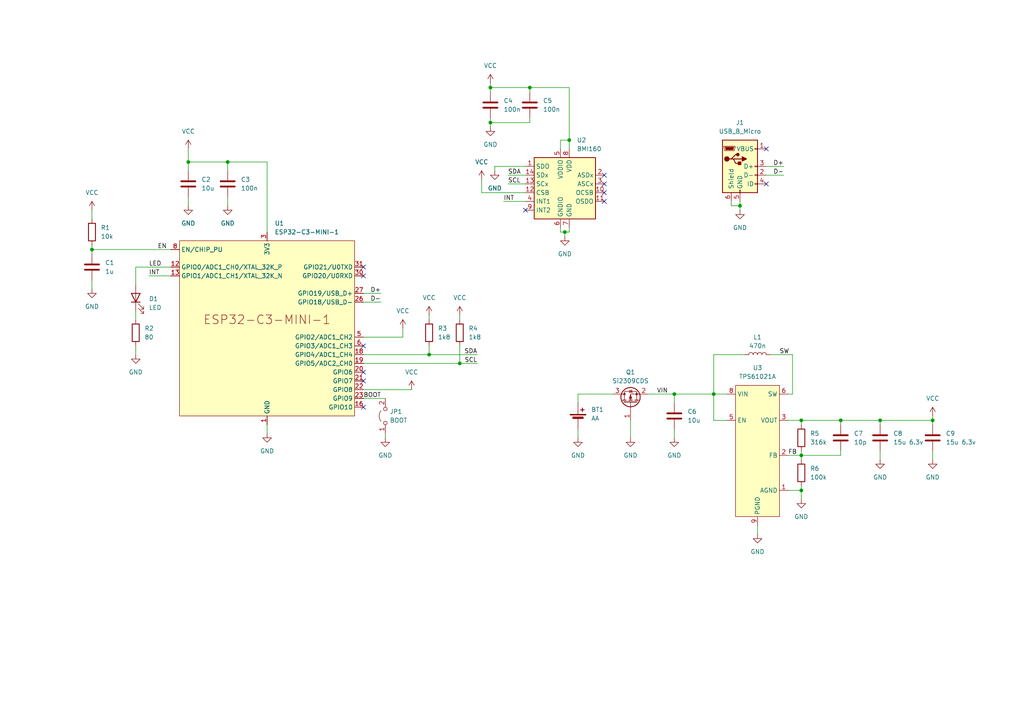
<source format=kicad_sch>
(kicad_sch (version 20230121) (generator eeschema)
  (paper "A4")
  (lib_symbols
    (symbol "Connector:USB_B_Micro" (pin_names (offset 1.016))
      (property "Reference" "J" (at -5.08 11.43 0))
      (property "Value" "USB_B_Micro" (at -5.08 8.89 0))
      (symbol "USB_B_Micro_0_1"
        (rectangle (start -5.08 -7.62) (end 5.08 7.62) (stroke (width 0.254)) (fill (type background)))
        (circle (center -3.81 2.159) (radius 0.635) (stroke (width 0.254)) (fill (type outline)))
        (circle (center -0.635 3.429) (radius 0.381) (stroke (width 0.254)) (fill (type outline)))
        (rectangle (start -0.127 -7.62) (end 0.127 -6.858))
        (polyline (pts (xy -1.905 2.159) (xy 0.635 2.159)) (stroke (width 0.254)))
        (polyline (pts (xy -3.175 2.159) (xy -2.54 2.159) (xy -1.27 3.429) (xy -0.635 3.429)) (stroke (width 0.254)))
        (polyline (pts (xy -2.54 2.159) (xy -1.905 2.159) (xy -1.27 0.889) (xy 0 0.889)) (stroke (width 0.254)))
        (polyline (pts (xy 0.635 2.794) (xy 0.635 1.524) (xy 1.905 2.159) (xy 0.635 2.794)) (stroke (width 0.254)) (fill (type outline)))
        (polyline (pts (xy -4.318 5.588) (xy -1.778 5.588) (xy -2.032 4.826) (xy -4.064 4.826) (xy -4.318 5.588)) (fill (type outline)))
        (polyline (pts (xy -4.699 5.842) (xy -4.699 5.588) (xy -4.445 4.826) (xy -4.445 4.572) (xy -1.651 4.572) (xy -1.651 4.826) (xy -1.397 5.588) (xy -1.397 5.842) (xy -4.699 5.842)))
        (rectangle (start 0.254 1.27) (end -0.508 0.508) (stroke (width 0.254)) (fill (type outline)))
        (rectangle (start 5.08 -5.207) (end 4.318 -4.953))
        (rectangle (start 5.08 -2.667) (end 4.318 -2.413))
        (rectangle (start 5.08 -0.127) (end 4.318 0.127))
        (rectangle (start 5.08 4.953) (end 4.318 5.207))
      )
      (symbol "USB_B_Micro_1_1"
        (pin power_out line (at 7.62 5.08 180) (length 2.54) (name "VBUS") (number "1"))
        (pin bidirectional line (at 7.62 -2.54 180) (length 2.54) (name "D-") (number "2"))
        (pin bidirectional line (at 7.62 0 180) (length 2.54) (name "D+") (number "3"))
        (pin passive line (at 7.62 -5.08 180) (length 2.54) (name "ID") (number "4"))
        (pin power_out line (at 0 -10.16 90) (length 2.54) (name "GND") (number "5"))
        (pin passive line (at -2.54 -10.16 90) (length 2.54) (name "Shield") (number "6"))
      )
    )
    (symbol "Device:Battery_Cell" (pin_numbers hide) (pin_names (offset 0) hide)
      (property "Reference" "BT" (at 2.54 2.54 0))
      (property "Value" "Battery_Cell" (at 2.54 0 0))
      (symbol "Battery_Cell_0_1"
        (rectangle (start -2.286 1.778) (end 2.286 1.524) (fill (type outline)))
        (rectangle (start -1.524 1.016) (end 1.524 0.508) (fill (type outline)))
        (polyline (pts (xy 0 0.762) (xy 0 0)))
        (polyline (pts (xy 0 1.778) (xy 0 2.54)))
        (polyline (pts (xy 0.762 3.048) (xy 1.778 3.048)) (stroke (width 0.254)))
        (polyline (pts (xy 1.27 3.556) (xy 1.27 2.54)) (stroke (width 0.254)))
      )
      (symbol "Battery_Cell_1_1"
        (pin passive line (at 0 5.08 270) (length 2.54) (name "+") (number "1"))
        (pin passive line (at 0 -2.54 90) (length 2.54) (name "-") (number "2"))
      )
    )
    (symbol "Device:C" (pin_numbers hide) (pin_names (offset 0.254))
      (property "Reference" "C" (at 0.635 2.54 0))
      (property "Value" "C" (at 0.635 -2.54 0))
      (symbol "C_0_1"
        (polyline (pts (xy -2.032 -0.762) (xy 2.032 -0.762)) (stroke (width 0.508)))
        (polyline (pts (xy -2.032 0.762) (xy 2.032 0.762)) (stroke (width 0.508)))
      )
      (symbol "C_1_1"
        (pin passive line (at 0 3.81 270) (length 2.794) (name "~") (number "1"))
        (pin passive line (at 0 -3.81 90) (length 2.794) (name "~") (number "2"))
      )
    )
    (symbol "Device:L" (pin_numbers hide) (pin_names (offset 1.016) hide)
      (property "Reference" "L" (at -1.27 0 90))
      (property "Value" "L" (at 1.905 0 90))
      (symbol "L_0_1"
        (arc (start 0 -2.54) (mid 0.6323 -1.905) (end 0 -1.27))
        (arc (start 0 -1.27) (mid 0.6323 -0.635) (end 0 0))
        (arc (start 0 0) (mid 0.6323 0.635) (end 0 1.27))
        (arc (start 0 1.27) (mid 0.6323 1.905) (end 0 2.54))
      )
      (symbol "L_1_1"
        (pin passive line (at 0 3.81 270) (length 1.27) (name "1") (number "1"))
        (pin passive line (at 0 -3.81 90) (length 1.27) (name "2") (number "2"))
      )
    )
    (symbol "Device:LED" (pin_numbers hide) (pin_names (offset 1.016) hide)
      (property "Reference" "D" (at 0 2.54 0))
      (property "Value" "LED" (at 0 -2.54 0))
      (symbol "LED_0_1"
        (polyline (pts (xy -1.27 -1.27) (xy -1.27 1.27)) (stroke (width 0.254)))
        (polyline (pts (xy -1.27 0) (xy 1.27 0)))
        (polyline (pts (xy 1.27 -1.27) (xy 1.27 1.27) (xy -1.27 0) (xy 1.27 -1.27)) (stroke (width 0.254)))
        (polyline (pts (xy -3.048 -0.762) (xy -4.572 -2.286) (xy -3.81 -2.286) (xy -4.572 -2.286) (xy -4.572 -1.524)))
        (polyline (pts (xy -1.778 -0.762) (xy -3.302 -2.286) (xy -2.54 -2.286) (xy -3.302 -2.286) (xy -3.302 -1.524)))
      )
      (symbol "LED_1_1"
        (pin passive line (at -3.81 0 0) (length 2.54) (name "K") (number "1"))
        (pin passive line (at 3.81 0 180) (length 2.54) (name "A") (number "2"))
      )
    )
    (symbol "Device:Q_PMOS_GSD" (pin_names (offset 0) hide)
      (property "Reference" "Q" (at 5.08 1.27 0))
      (property "Value" "Q_PMOS_GSD" (at 5.08 -1.27 0))
      (symbol "Q_PMOS_GSD_0_1"
        (polyline (pts (xy 0.254 0) (xy -2.54 0)))
        (polyline (pts (xy 0.254 1.905) (xy 0.254 -1.905)) (stroke (width 0.254)))
        (polyline (pts (xy 0.762 -1.27) (xy 0.762 -2.286)) (stroke (width 0.254)))
        (polyline (pts (xy 0.762 0.508) (xy 0.762 -0.508)) (stroke (width 0.254)))
        (polyline (pts (xy 0.762 2.286) (xy 0.762 1.27)) (stroke (width 0.254)))
        (polyline (pts (xy 2.54 2.54) (xy 2.54 1.778)))
        (polyline (pts (xy 2.54 -2.54) (xy 2.54 0) (xy 0.762 0)))
        (polyline (pts (xy 0.762 1.778) (xy 3.302 1.778) (xy 3.302 -1.778) (xy 0.762 -1.778)))
        (polyline (pts (xy 2.286 0) (xy 1.27 0.381) (xy 1.27 -0.381) (xy 2.286 0)) (fill (type outline)))
        (polyline (pts (xy 2.794 -0.508) (xy 2.921 -0.381) (xy 3.683 -0.381) (xy 3.81 -0.254)))
        (polyline (pts (xy 3.302 -0.381) (xy 2.921 0.254) (xy 3.683 0.254) (xy 3.302 -0.381)))
        (circle (center 1.651 0) (radius 2.794) (stroke (width 0.254)))
        (circle (center 2.54 -1.778) (radius 0.254) (fill (type outline)))
        (circle (center 2.54 1.778) (radius 0.254) (fill (type outline)))
      )
      (symbol "Q_PMOS_GSD_1_1"
        (pin input line (at -5.08 0 0) (length 2.54) (name "G") (number "1"))
        (pin passive line (at 2.54 -5.08 90) (length 2.54) (name "S") (number "2"))
        (pin passive line (at 2.54 5.08 270) (length 2.54) (name "D") (number "3"))
      )
    )
    (symbol "Device:R" (pin_numbers hide) (pin_names (offset 0))
      (property "Reference" "R" (at 2.032 0 90))
      (property "Value" "R" (at 0 0 90))
      (symbol "R_0_1"
        (rectangle (start -1.016 -2.54) (end 1.016 2.54) (stroke (width 0.254)))
      )
      (symbol "R_1_1"
        (pin passive line (at 0 3.81 270) (length 1.27) (name "~") (number "1"))
        (pin passive line (at 0 -3.81 90) (length 1.27) (name "~") (number "2"))
      )
    )
    (symbol "Jumper:Jumper_2_Open" (pin_names (offset 0) hide)
      (property "Reference" "JP" (at 0 2.794 0))
      (property "Value" "Jumper_2_Open" (at 0 -2.286 0))
      (symbol "Jumper_2_Open_0_0"
        (circle (center -2.032 0) (radius 0.508))
        (circle (center 2.032 0) (radius 0.508))
      )
      (symbol "Jumper_2_Open_0_1"
        (arc (start 1.524 1.27) (mid 0 1.778) (end -1.524 1.27))
      )
      (symbol "Jumper_2_Open_1_1"
        (pin passive line (at -5.08 0 0) (length 2.54) (name "A") (number "1"))
        (pin passive line (at 5.08 0 180) (length 2.54) (name "B") (number "2"))
      )
    )
    (symbol "PCM_Espressif:ESP32-C3-MINI-1"
      (property "Reference" "U" (at -25.4 30.48 0))
      (property "Value" "ESP32-C3-MINI-1" (at -25.4 27.94 0))
      (symbol "ESP32-C3-MINI-1_0_0"
        (text "ESP32-C3-MINI-1" (at 0 2.54 0) (effects (font (size 2.54 2.54))))
      )
      (symbol "ESP32-C3-MINI-1_0_1"
        (rectangle (start -25.4 25.4) (end 25.4 -25.4) (fill (type background)))
      )
      (symbol "ESP32-C3-MINI-1_1_1"
        (pin power_in line (at 0 -27.94 90) (length 2.54) (name "GND") (number "1"))
        (pin no_connect line (at -25.4 2.54 0) (length 2.54) hide (name "NC") (number "10"))
        (pin passive line (at 0 -27.94 90) (length 2.54) hide (name "GND") (number "11"))
        (pin bidirectional line (at -27.94 17.78 0) (length 2.54) (name "GPIO0/ADC1_CH0/XTAL_32K_P") (number "12"))
        (pin bidirectional line (at -27.94 15.24 0) (length 2.54) (name "GPIO1/ADC1_CH1/XTAL_32K_N") (number "13"))
        (pin passive line (at 0 -27.94 90) (length 2.54) hide (name "GND") (number "14"))
        (pin no_connect line (at -25.4 0 0) (length 2.54) hide (name "NC") (number "15"))
        (pin bidirectional line (at 27.94 -22.86 180) (length 2.54) (name "GPIO10") (number "16"))
        (pin no_connect line (at -25.4 -2.54 0) (length 2.54) hide (name "NC") (number "17"))
        (pin bidirectional line (at 27.94 -7.62 180) (length 2.54) (name "GPIO4/ADC1_CH4") (number "18"))
        (pin bidirectional line (at 27.94 -10.16 180) (length 2.54) (name "GPIO5/ADC2_CH0") (number "19"))
        (pin passive line (at 0 -27.94 90) (length 2.54) hide (name "GND") (number "2"))
        (pin bidirectional line (at 27.94 -12.7 180) (length 2.54) (name "GPIO6") (number "20"))
        (pin bidirectional line (at 27.94 -15.24 180) (length 2.54) (name "GPIO7") (number "21"))
        (pin bidirectional line (at 27.94 -17.78 180) (length 2.54) (name "GPIO8") (number "22"))
        (pin bidirectional line (at 27.94 -20.32 180) (length 2.54) (name "GPIO9") (number "23"))
        (pin no_connect line (at -25.4 -5.08 0) (length 2.54) hide (name "NC") (number "24"))
        (pin no_connect line (at -25.4 -7.62 0) (length 2.54) hide (name "NC") (number "25"))
        (pin bidirectional line (at 27.94 7.62 180) (length 2.54) (name "GPIO18/USB_D-") (number "26"))
        (pin bidirectional line (at 27.94 10.16 180) (length 2.54) (name "GPIO19/USB_D+") (number "27"))
        (pin no_connect line (at -25.4 -10.16 0) (length 2.54) hide (name "NC") (number "28"))
        (pin no_connect line (at -25.4 -12.7 0) (length 2.54) hide (name "NC") (number "29"))
        (pin power_in line (at 0 27.94 270) (length 2.54) (name "3V3") (number "3"))
        (pin bidirectional line (at 27.94 15.24 180) (length 2.54) (name "GPIO20/U0RXD") (number "30"))
        (pin bidirectional line (at 27.94 17.78 180) (length 2.54) (name "GPIO21/U0TXD") (number "31"))
        (pin no_connect line (at -25.4 -15.24 0) (length 2.54) hide (name "NC") (number "32"))
        (pin no_connect line (at -25.4 -17.78 0) (length 2.54) hide (name "NC") (number "33"))
        (pin no_connect line (at -25.4 -20.32 0) (length 2.54) hide (name "NC") (number "34"))
        (pin no_connect line (at -25.4 -22.86 0) (length 2.54) hide (name "NC") (number "35"))
        (pin passive line (at 0 -27.94 90) (length 2.54) hide (name "GND") (number "36"))
        (pin passive line (at 0 -27.94 90) (length 2.54) hide (name "GND") (number "37"))
        (pin passive line (at 0 -27.94 90) (length 2.54) hide (name "GND") (number "38"))
        (pin passive line (at 0 -27.94 90) (length 2.54) hide (name "GND") (number "39"))
        (pin no_connect line (at -25.4 10.16 0) (length 2.54) hide (name "NC") (number "4"))
        (pin passive line (at 0 -27.94 90) (length 2.54) hide (name "GND") (number "40"))
        (pin passive line (at 0 -27.94 90) (length 2.54) hide (name "GND") (number "41"))
        (pin passive line (at 0 -27.94 90) (length 2.54) hide (name "GND") (number "42"))
        (pin passive line (at 0 -27.94 90) (length 2.54) hide (name "GND") (number "43"))
        (pin passive line (at 0 -27.94 90) (length 2.54) hide (name "GND") (number "44"))
        (pin passive line (at 0 -27.94 90) (length 2.54) hide (name "GND") (number "45"))
        (pin passive line (at 0 -27.94 90) (length 2.54) hide (name "GND") (number "46"))
        (pin passive line (at 0 -27.94 90) (length 2.54) hide (name "GND") (number "47"))
        (pin passive line (at 0 -27.94 90) (length 2.54) hide (name "GND") (number "48"))
        (pin passive line (at 0 -27.94 90) (length 2.54) hide (name "GND") (number "49"))
        (pin bidirectional line (at 27.94 -2.54 180) (length 2.54) (name "GPIO2/ADC1_CH2") (number "5"))
        (pin passive line (at 0 -27.94 90) (length 2.54) hide (name "GND") (number "50"))
        (pin passive line (at 0 -27.94 90) (length 2.54) hide (name "GND") (number "51"))
        (pin passive line (at 0 -27.94 90) (length 2.54) hide (name "GND") (number "52"))
        (pin passive line (at 0 -27.94 90) (length 2.54) hide (name "GND") (number "53"))
        (pin bidirectional line (at 27.94 -5.08 180) (length 2.54) (name "GPIO3/ADC1_CH3") (number "6"))
        (pin no_connect line (at -25.4 7.62 0) (length 2.54) hide (name "NC") (number "7"))
        (pin input line (at -27.94 22.86 0) (length 2.54) (name "EN/CHIP_PU") (number "8"))
        (pin no_connect line (at -25.4 5.08 0) (length 2.54) hide (name "NC") (number "9"))
      )
    )
    (symbol "Sensor_Motion:BMI160"
      (property "Reference" "U" (at -10.16 8.89 0))
      (property "Value" "BMI160" (at 7.62 8.89 0))
      (symbol "BMI160_1_1"
        (rectangle (start -10.16 7.62) (end 7.62 -10.16) (stroke (width 0.254)) (fill (type background)))
        (pin bidirectional line (at -12.7 5.08 0) (length 2.54) (name "SDO") (number "1"))
        (pin bidirectional line (at 10.16 -2.54 180) (length 2.54) (name "OCSB") (number "10"))
        (pin bidirectional line (at 10.16 -5.08 180) (length 2.54) (name "OSDO") (number "11"))
        (pin input line (at -12.7 -2.54 0) (length 2.54) (name "CSB") (number "12"))
        (pin input line (at -12.7 0 0) (length 2.54) (name "SCx") (number "13"))
        (pin bidirectional line (at -12.7 2.54 0) (length 2.54) (name "SDx") (number "14"))
        (pin bidirectional line (at 10.16 2.54 180) (length 2.54) (name "ASDx") (number "2"))
        (pin output line (at 10.16 0 180) (length 2.54) (name "ASCx") (number "3"))
        (pin bidirectional line (at -12.7 -5.08 0) (length 2.54) (name "INT1") (number "4"))
        (pin power_in line (at -2.54 10.16 270) (length 2.54) (name "VDDIO") (number "5"))
        (pin power_in line (at -2.54 -12.7 90) (length 2.54) (name "GNDIO") (number "6"))
        (pin power_in line (at 0 -12.7 90) (length 2.54) (name "GND") (number "7"))
        (pin power_in line (at 0 10.16 270) (length 2.54) (name "VDD") (number "8"))
        (pin bidirectional line (at -12.7 -7.62 0) (length 2.54) (name "INT2") (number "9"))
      )
    )
    (symbol "power:GND" (power) (pin_names (offset 0))
      (property "Value" "GND" (at 0 -3.81 0))
      (symbol "GND_0_1"
        (polyline (pts (xy 0 0) (xy 0 -1.27) (xy 1.27 -1.27) (xy 0 -2.54) (xy -1.27 -1.27) (xy 0 -1.27)))
      )
      (symbol "GND_1_1"
        (pin power_in line (at 0 0 270) (length 0) hide (name "GND") (number "1"))
      )
    )
    (symbol "power:VCC" (power) (pin_names (offset 0))
      (property "Value" "VCC" (at 0 3.81 0))
      (symbol "VCC_0_1"
        (polyline (pts (xy -0.762 1.27) (xy 0 2.54)))
        (polyline (pts (xy 0 0) (xy 0 2.54)))
        (polyline (pts (xy 0 2.54) (xy 0.762 1.27)))
      )
      (symbol "VCC_1_1"
        (pin power_in line (at 0 0 90) (length 0) hide (name "VCC") (number "1"))
      )
    )
    (symbol "slimevr:TPS61021A"
      (property "Reference" "U" (at 0 24.13 0))
      (property "Value" "TPS61021A" (at 0 21.59 0))
      (symbol "TPS61021A_1_1"
        (rectangle (start -6.35 20.32) (end 6.35 -17.78) (fill (type background)))
        (pin passive line (at 8.89 -10.16 180) (length 2.54) (name "AGND") (number "1"))
        (pin input line (at 8.89 0 180) (length 2.54) (name "FB") (number "2"))
        (pin power_out line (at 8.89 10.16 180) (length 2.54) (name "VOUT") (number "3"))
        (pin passive line (at 8.89 10.16 180) (length 2.54) hide (name "VOUT") (number "4"))
        (pin input line (at -8.89 10.16 0) (length 2.54) (name "EN") (number "5"))
        (pin input line (at 8.89 17.78 180) (length 2.54) (name "SW") (number "6"))
        (pin input line (at 8.89 17.78 180) (length 2.54) hide (name "SW") (number "7"))
        (pin passive line (at -8.89 17.78 0) (length 2.54) (name "VIN") (number "8"))
        (pin power_out line (at 0 -20.32 90) (length 2.54) (name "PGND") (number "9"))
      )
    )
  )
  (junction (at 270.51 121.92))
  (junction (at 255.27 121.92))
  (junction (at 54.61 46.99))
  (junction (at 142.24 25.4))
  (junction (at 232.41 142.24))
  (junction (at 214.63 59.69))
  (junction (at 133.35 105.41))
  (junction (at 66.04 46.99))
  (junction (at 195.58 114.3))
  (junction (at 26.67 72.39))
  (junction (at 243.84 121.92))
  (junction (at 124.46 102.87))
  (junction (at 165.1 40.64))
  (junction (at 153.67 25.4))
  (junction (at 142.24 35.56))
  (junction (at 207.01 114.3))
  (junction (at 232.41 121.92))
  (junction (at 163.83 67.31))
  (junction (at 232.41 132.08))
  (no_connect (at 175.26 53.34))
  (no_connect (at 105.41 107.95))
  (no_connect (at 105.41 100.33))
  (no_connect (at 175.26 58.42))
  (no_connect (at 105.41 118.11))
  (no_connect (at 175.26 55.88))
  (no_connect (at 105.41 80.01))
  (no_connect (at 105.41 110.49))
  (no_connect (at 222.25 53.34))
  (no_connect (at 222.25 43.18))
  (no_connect (at 175.26 50.8))
  (no_connect (at 152.4 60.96))
  (no_connect (at 105.41 77.47))
  (wire (pts (xy 139.7 55.88) (xy 152.4 55.88)))
  (wire (pts (xy 232.41 130.81) (xy 232.41 132.08)))
  (wire (pts (xy 165.1 43.18) (xy 165.1 40.64)))
  (wire (pts (xy 105.41 115.57) (xy 111.76 115.57)))
  (wire (pts (xy 229.87 114.3) (xy 228.6 114.3)))
  (wire (pts (xy 54.61 46.99) (xy 54.61 49.53)))
  (wire (pts (xy 162.56 40.64) (xy 165.1 40.64)))
  (wire (pts (xy 66.04 46.99) (xy 66.04 49.53)))
  (wire (pts (xy 243.84 123.19) (xy 243.84 121.92)))
  (wire (pts (xy 270.51 130.81) (xy 270.51 133.35)))
  (wire (pts (xy 105.41 85.09) (xy 110.49 85.09)))
  (wire (pts (xy 167.64 116.84) (xy 167.64 114.3)))
  (wire (pts (xy 39.37 77.47) (xy 39.37 82.55)))
  (wire (pts (xy 54.61 57.15) (xy 54.61 59.69)))
  (wire (pts (xy 163.83 67.31) (xy 165.1 67.31)))
  (wire (pts (xy 146.05 58.42) (xy 152.4 58.42)))
  (wire (pts (xy 77.47 67.31) (xy 77.47 46.99)))
  (wire (pts (xy 187.96 114.3) (xy 195.58 114.3)))
  (wire (pts (xy 143.51 48.26) (xy 152.4 48.26)))
  (wire (pts (xy 214.63 59.69) (xy 214.63 60.96)))
  (wire (pts (xy 207.01 121.92) (xy 207.01 114.3)))
  (wire (pts (xy 163.83 67.31) (xy 163.83 68.58)))
  (wire (pts (xy 222.25 48.26) (xy 227.33 48.26)))
  (wire (pts (xy 43.18 80.01) (xy 49.53 80.01)))
  (wire (pts (xy 26.67 72.39) (xy 26.67 73.66)))
  (wire (pts (xy 165.1 66.04) (xy 165.1 67.31)))
  (wire (pts (xy 66.04 57.15) (xy 66.04 59.69)))
  (wire (pts (xy 105.41 102.87) (xy 124.46 102.87)))
  (wire (pts (xy 219.71 152.4) (xy 219.71 154.94)))
  (wire (pts (xy 207.01 114.3) (xy 210.82 114.3)))
  (wire (pts (xy 26.67 72.39) (xy 49.53 72.39)))
  (wire (pts (xy 142.24 35.56) (xy 142.24 36.83)))
  (wire (pts (xy 142.24 34.29) (xy 142.24 35.56)))
  (wire (pts (xy 207.01 114.3) (xy 207.01 102.87)))
  (wire (pts (xy 232.41 142.24) (xy 232.41 144.78)))
  (wire (pts (xy 54.61 46.99) (xy 66.04 46.99)))
  (wire (pts (xy 26.67 60.96) (xy 26.67 63.5)))
  (wire (pts (xy 39.37 77.47) (xy 49.53 77.47)))
  (wire (pts (xy 228.6 142.24) (xy 232.41 142.24)))
  (wire (pts (xy 162.56 67.31) (xy 163.83 67.31)))
  (wire (pts (xy 255.27 130.81) (xy 255.27 133.35)))
  (wire (pts (xy 39.37 100.33) (xy 39.37 102.87)))
  (wire (pts (xy 223.52 102.87) (xy 229.87 102.87)))
  (wire (pts (xy 39.37 90.17) (xy 39.37 92.71)))
  (wire (pts (xy 210.82 121.92) (xy 207.01 121.92)))
  (wire (pts (xy 270.51 121.92) (xy 255.27 121.92)))
  (wire (pts (xy 243.84 121.92) (xy 255.27 121.92)))
  (wire (pts (xy 270.51 123.19) (xy 270.51 121.92)))
  (wire (pts (xy 212.09 59.69) (xy 214.63 59.69)))
  (wire (pts (xy 143.51 49.53) (xy 143.51 48.26)))
  (wire (pts (xy 142.24 25.4) (xy 142.24 26.67)))
  (wire (pts (xy 139.7 52.07) (xy 139.7 55.88)))
  (wire (pts (xy 153.67 25.4) (xy 153.67 26.67)))
  (wire (pts (xy 229.87 102.87) (xy 229.87 114.3)))
  (wire (pts (xy 167.64 124.46) (xy 167.64 127)))
  (wire (pts (xy 124.46 100.33) (xy 124.46 102.87)))
  (wire (pts (xy 165.1 25.4) (xy 153.67 25.4)))
  (wire (pts (xy 243.84 130.81) (xy 243.84 132.08)))
  (wire (pts (xy 182.88 121.92) (xy 182.88 127)))
  (wire (pts (xy 232.41 132.08) (xy 232.41 133.35)))
  (wire (pts (xy 212.09 58.42) (xy 212.09 59.69)))
  (wire (pts (xy 116.84 95.25) (xy 116.84 97.79)))
  (wire (pts (xy 167.64 114.3) (xy 177.8 114.3)))
  (wire (pts (xy 111.76 125.73) (xy 111.76 127)))
  (wire (pts (xy 147.32 53.34) (xy 152.4 53.34)))
  (wire (pts (xy 119.38 113.03) (xy 105.41 113.03)))
  (wire (pts (xy 232.41 123.19) (xy 232.41 121.92)))
  (wire (pts (xy 162.56 43.18) (xy 162.56 40.64)))
  (wire (pts (xy 105.41 105.41) (xy 133.35 105.41)))
  (wire (pts (xy 165.1 40.64) (xy 165.1 25.4)))
  (wire (pts (xy 162.56 66.04) (xy 162.56 67.31)))
  (wire (pts (xy 195.58 124.46) (xy 195.58 127)))
  (wire (pts (xy 124.46 102.87) (xy 138.43 102.87)))
  (wire (pts (xy 105.41 97.79) (xy 116.84 97.79)))
  (wire (pts (xy 124.46 91.44) (xy 124.46 92.71)))
  (wire (pts (xy 243.84 121.92) (xy 232.41 121.92)))
  (wire (pts (xy 54.61 43.18) (xy 54.61 46.99)))
  (wire (pts (xy 142.24 24.13) (xy 142.24 25.4)))
  (wire (pts (xy 133.35 100.33) (xy 133.35 105.41)))
  (wire (pts (xy 138.43 105.41) (xy 133.35 105.41)))
  (wire (pts (xy 153.67 34.29) (xy 153.67 35.56)))
  (wire (pts (xy 133.35 91.44) (xy 133.35 92.71)))
  (wire (pts (xy 105.41 87.63) (xy 110.49 87.63)))
  (wire (pts (xy 66.04 46.99) (xy 77.47 46.99)))
  (wire (pts (xy 77.47 123.19) (xy 77.47 125.73)))
  (wire (pts (xy 270.51 120.65) (xy 270.51 121.92)))
  (wire (pts (xy 207.01 102.87) (xy 215.9 102.87)))
  (wire (pts (xy 243.84 132.08) (xy 232.41 132.08)))
  (wire (pts (xy 232.41 121.92) (xy 228.6 121.92)))
  (wire (pts (xy 147.32 50.8) (xy 152.4 50.8)))
  (wire (pts (xy 26.67 81.28) (xy 26.67 83.82)))
  (wire (pts (xy 255.27 121.92) (xy 255.27 123.19)))
  (wire (pts (xy 153.67 25.4) (xy 142.24 25.4)))
  (wire (pts (xy 214.63 58.42) (xy 214.63 59.69)))
  (wire (pts (xy 222.25 50.8) (xy 227.33 50.8)))
  (wire (pts (xy 142.24 35.56) (xy 153.67 35.56)))
  (wire (pts (xy 232.41 142.24) (xy 232.41 140.97)))
  (wire (pts (xy 195.58 116.84) (xy 195.58 114.3)))
  (wire (pts (xy 195.58 114.3) (xy 207.01 114.3)))
  (wire (pts (xy 228.6 132.08) (xy 232.41 132.08)))
  (wire (pts (xy 26.67 72.39) (xy 26.67 71.12)))
  (label "SCL" (at 147.32 53.34 0))
  (label "D-" (at 227.33 50.8 180))
  (label "FB" (at 231.14 132.08 180))
  (label "INT" (at 43.18 80.01 0))
  (label "EN" (at 45.72 72.39 0))
  (label "LED" (at 43.18 77.47 0))
  (label "SCL" (at 138.43 105.41 180))
  (label "SDA" (at 147.32 50.8 0))
  (label "SDA" (at 138.43 102.87 180))
  (label "D+" (at 110.49 85.09 180))
  (label "SW" (at 226.06 102.87 0))
  (label "INT" (at 146.05 58.42 0))
  (label "D-" (at 110.49 87.63 180))
  (label "VIN" (at 190.5 114.3 0))
  (label "D+" (at 227.33 48.26 180))
  (label "BOOT" (at 105.41 115.57 0))
  (symbol (lib_id "power:VCC") (at 119.38 113.03 0) (unit 1)
    (property "Reference" "#PWR010" (effects hide))
    (property "Value" "VCC" (at 119.38 107.95 0))
  )
  (symbol (lib_id "Device:LED") (at 39.37 86.36 90) (unit 1)
    (property "Reference" "D1" (at 43.18 86.6775 90) (effects (justify right)))
    (property "Value" "LED" (at 43.18 89.2175 90) (effects (justify right)))
    (property "Footprint" "LED_SMD:LED_1206_3216Metric" (effects hide))
    (property "Datasheet" "https://datasheet.lcsc.com/lcsc/2303061602_MEIHUA-MHT150URCT_C2764893.pdf" (effects hide))
    (property "JLCPCB Part #" "C2764893" (effects hide))
  )
  (symbol (lib_id "Device:R") (at 39.37 96.52 0) (unit 1)
    (property "Reference" "R2" (at 41.91 95.25 0) (effects (justify left)))
    (property "Value" "80" (at 41.91 97.79 0) (effects (justify left)))
    (property "Footprint" "Resistor_SMD:R_0402_1005Metric" (effects hide))
  )
  (symbol (lib_id "power:GND") (at 142.24 36.83 0) (unit 1)
    (property "Reference" "#PWR015" (effects hide))
    (property "Value" "GND" (at 142.24 41.91 0))
  )
  (symbol (lib_id "Device:R") (at 124.46 96.52 0) (unit 1)
    (property "Reference" "R3" (at 127 95.25 0) (effects (justify left)))
    (property "Value" "1k8" (at 127 97.79 0) (effects (justify left)))
    (property "Footprint" "Resistor_SMD:R_0402_1005Metric" (effects hide))
  )
  (symbol (lib_id "power:VCC") (at 124.46 91.44 0) (unit 1)
    (property "Reference" "#PWR012" (effects hide))
    (property "Value" "VCC" (at 124.46 86.36 0))
  )
  (symbol (lib_id "power:GND") (at 163.83 68.58 0) (unit 1)
    (property "Reference" "#PWR017" (effects hide))
    (property "Value" "GND" (at 163.83 73.66 0))
  )
  (symbol (lib_id "power:VCC") (at 142.24 24.13 0) (unit 1)
    (property "Reference" "#PWR014" (effects hide))
    (property "Value" "VCC" (at 142.24 19.05 0))
  )
  (symbol (lib_id "power:GND") (at 270.51 133.35 0) (unit 1)
    (property "Reference" "#PWR030" (effects hide))
    (property "Value" "GND" (at 270.51 138.43 0))
  )
  (symbol (lib_id "power:GND") (at 54.61 59.69 0) (unit 1)
    (property "Reference" "#PWR05" (effects hide))
    (property "Value" "GND" (at 54.61 64.77 0))
  )
  (symbol (lib_id "Device:Q_PMOS_GSD") (at 182.88 116.84 90) (unit 1)
    (property "Reference" "Q1" (at 182.88 107.95 90))
    (property "Value" "Si2309CDS" (at 182.88 110.49 90))
    (property "Footprint" "Package_TO_SOT_SMD:SOT-23" (effects hide))
    (property "Datasheet" "https://datasheet.lcsc.com/lcsc/1810311811_Vishay-Intertech-SI2309CDS-T1-GE3_C10493.pdf" (effects hide))
    (property "JLCPCB Part #" "C10493" (effects hide))
  )
  (symbol (lib_id "power:VCC") (at 116.84 95.25 0) (unit 1)
    (property "Reference" "#PWR09" (effects hide))
    (property "Value" "VCC" (at 116.84 90.17 0))
  )
  (symbol (lib_id "power:GND") (at 111.76 127 0) (unit 1)
    (property "Reference" "#PWR08" (effects hide))
    (property "Value" "GND" (at 111.76 132.08 0))
  )
  (symbol (lib_id "Device:R") (at 232.41 137.16 0) (unit 1)
    (property "Reference" "R6" (at 234.95 135.89 0) (effects (justify left)))
    (property "Value" "100k" (at 234.95 138.43 0) (effects (justify left)))
    (property "Footprint" "Resistor_SMD:R_0402_1005Metric" (effects hide))
  )
  (symbol (lib_id "Sensor_Motion:BMI160") (at 165.1 53.34 0) (unit 1)
    (property "Reference" "U2" (at 167.2941 40.64 0) (effects (justify left)))
    (property "Value" "BMI160" (at 167.2941 43.18 0) (effects (justify left)))
    (property "Footprint" "Package_LGA:Bosch_LGA-14_3x2.5mm_P0.5mm" (effects hide))
    (property "Datasheet" "https://www.bosch-sensortec.com/media/boschsensortec/downloads/datasheets/bst-bmi160-ds000.pdf" (effects hide))
    (property "JLCPCB Part #" "C94021" (effects hide))
  )
  (symbol (lib_id "power:VCC") (at 270.51 120.65 0) (unit 1)
    (property "Reference" "#PWR029" (effects hide))
    (property "Value" "VCC" (at 270.51 115.57 0))
  )
  (symbol (lib_id "power:GND") (at 39.37 102.87 0) (unit 1)
    (property "Reference" "#PWR03" (effects hide))
    (property "Value" "GND" (at 39.37 107.95 0))
  )
  (symbol (lib_id "power:GND") (at 66.04 59.69 0) (unit 1)
    (property "Reference" "#PWR06" (effects hide))
    (property "Value" "GND" (at 66.04 64.77 0))
  )
  (symbol (lib_id "power:GND") (at 255.27 133.35 0) (unit 1)
    (property "Reference" "#PWR027" (effects hide))
    (property "Value" "GND" (at 255.27 138.43 0))
  )
  (symbol (lib_id "power:VCC") (at 54.61 43.18 0) (unit 1)
    (property "Reference" "#PWR04" (effects hide))
    (property "Value" "VCC" (at 54.61 38.1 0))
  )
  (symbol (lib_id "power:VCC") (at 139.7 52.07 0) (unit 1)
    (property "Reference" "#PWR013" (effects hide))
    (property "Value" "VCC" (at 139.7 46.99 0))
  )
  (symbol (lib_id "Device:C") (at 255.27 127 0) (unit 1)
    (property "Reference" "C8" (at 259.08 125.73 0) (effects (justify left)))
    (property "Value" "15u 6.3v" (at 259.08 128.27 0) (effects (justify left)))
    (property "Footprint" "Capacitor_SMD:C_0603_1608Metric" (effects hide))
    (property "JLCPCB Part #" "C445715" (effects hide))
  )
  (symbol (lib_id "power:GND") (at 232.41 144.78 0) (unit 1)
    (property "Reference" "#PWR024" (effects hide))
    (property "Value" "GND" (at 232.41 149.86 0))
  )
  (symbol (lib_id "power:GND") (at 195.58 127 0) (unit 1)
    (property "Reference" "#PWR020" (effects hide))
    (property "Value" "GND" (at 195.58 132.08 0))
  )
  (symbol (lib_id "Device:C") (at 142.24 30.48 0) (unit 1)
    (property "Reference" "C4" (at 146.05 29.21 0) (effects (justify left)))
    (property "Value" "100n" (at 146.05 31.75 0) (effects (justify left)))
    (property "Footprint" "Capacitor_SMD:C_0402_1005Metric" (effects hide))
  )
  (symbol (lib_id "Device:C") (at 26.67 77.47 0) (unit 1)
    (property "Reference" "C1" (at 30.48 76.2 0) (effects (justify left)))
    (property "Value" "1u" (at 30.48 78.74 0) (effects (justify left)))
    (property "Footprint" "Capacitor_SMD:C_0402_1005Metric" (effects hide))
  )
  (symbol (lib_id "PCM_Espressif:ESP32-C3-MINI-1") (at 77.47 95.25 0) (unit 1)
    (property "Reference" "U1" (at 79.6641 64.77 0) (effects (justify left)))
    (property "Value" "ESP32-C3-MINI-1" (at 79.6641 67.31 0) (effects (justify left)))
    (property "Footprint" "PCM_Espressif:ESP32-C3-MINI-1" (effects hide))
    (property "Datasheet" "https://www.espressif.com/sites/default/files/documentation/esp32-c3-mini-1_datasheet_en.pdf" (effects hide))
    (property "JLCPCB Part #" "C5290152" (effects hide))
  )
  (symbol (lib_id "Device:C") (at 54.61 53.34 0) (unit 1)
    (property "Reference" "C2" (at 58.42 52.07 0) (effects (justify left)))
    (property "Value" "10u" (at 58.42 54.61 0) (effects (justify left)))
    (property "Footprint" "Capacitor_SMD:C_0402_1005Metric" (effects hide))
  )
  (symbol (lib_id "Device:L") (at 219.71 102.87 90) (unit 1)
    (property "Reference" "L1" (at 219.71 97.79 90))
    (property "Value" "470n" (at 219.71 100.33 90))
    (property "Footprint" "Inductor_SMD:L_1008_2520Metric" (effects hide))
    (property "Datasheet" "https://datasheet.lcsc.com/lcsc/1811151159_Murata-Electronics-DFE252012P-R47M-P2_C237552.pdf" (effects hide))
    (property "JLCPCB Part #" "C237552" (effects hide))
  )
  (symbol (lib_id "slimevr:TPS61021A") (at 219.71 132.08 0) (unit 1)
    (property "Reference" "U3" (at 219.71 106.68 0))
    (property "Value" "TPS61021A" (at 219.71 109.22 0))
    (property "Footprint" "Package_SON:WSON-8-1EP_2x2mm_P0.5mm_EP0.9x1.6mm_ThermalVias" (effects hide))
    (property "Datasheet" "https://www.ti.com/lit/ds/symlink/tps61021a.pdf" (effects hide))
    (property "JLCPCB Part #" "C193037" (effects hide))
  )
  (symbol (lib_id "Device:C") (at 243.84 127 0) (unit 1)
    (property "Reference" "C7" (at 247.65 125.73 0) (effects (justify left)))
    (property "Value" "10p" (at 247.65 128.27 0) (effects (justify left)))
    (property "Footprint" "Capacitor_SMD:C_0402_1005Metric" (effects hide))
  )
  (symbol (lib_id "power:GND") (at 77.47 125.73 0) (unit 1)
    (property "Reference" "#PWR07" (effects hide))
    (property "Value" "GND" (at 77.47 130.81 0))
  )
  (symbol (lib_id "Device:R") (at 26.67 67.31 0) (unit 1)
    (property "Reference" "R1" (at 29.21 66.04 0) (effects (justify left)))
    (property "Value" "10k" (at 29.21 68.58 0) (effects (justify left)))
    (property "Footprint" "Resistor_SMD:R_0402_1005Metric" (effects hide))
  )
  (symbol (lib_id "power:GND") (at 182.88 127 0) (unit 1)
    (property "Reference" "#PWR019" (effects hide))
    (property "Value" "GND" (at 182.88 132.08 0))
  )
  (symbol (lib_id "Jumper:Jumper_2_Open") (at 111.76 120.65 90) (unit 1) (in_bom no)
    (property "Reference" "JP1" (at 113.03 119.38 90) (effects (justify right)))
    (property "Value" "BOOT" (at 113.03 121.92 90) (effects (justify right)))
    (property "Footprint" "Jumper:SolderJumper-2_P1.3mm_Open_TrianglePad1.0x1.5mm" (effects hide))
  )
  (symbol (lib_id "Device:C") (at 270.51 127 0) (unit 1)
    (property "Reference" "C9" (at 274.32 125.73 0) (effects (justify left)))
    (property "Value" "15u 6.3v" (at 274.32 128.27 0) (effects (justify left)))
    (property "Footprint" "Capacitor_SMD:C_0603_1608Metric" (effects hide))
    (property "JLCPCB Part #" "C445715" (effects hide))
  )
  (symbol (lib_id "power:GND") (at 167.64 127 0) (unit 1)
    (property "Reference" "#PWR018" (effects hide))
    (property "Value" "GND" (at 167.64 132.08 0))
  )
  (symbol (lib_id "Device:C") (at 153.67 30.48 0) (unit 1)
    (property "Reference" "C5" (at 157.48 29.21 0) (effects (justify left)))
    (property "Value" "100n" (at 157.48 31.75 0) (effects (justify left)))
    (property "Footprint" "Capacitor_SMD:C_0402_1005Metric" (effects hide))
  )
  (symbol (lib_id "Device:C") (at 66.04 53.34 0) (unit 1)
    (property "Reference" "C3" (at 69.85 52.07 0) (effects (justify left)))
    (property "Value" "100n" (at 69.85 54.61 0) (effects (justify left)))
    (property "Footprint" "Capacitor_SMD:C_0402_1005Metric" (effects hide))
  )
  (symbol (lib_id "power:GND") (at 219.71 154.94 0) (unit 1)
    (property "Reference" "#PWR022" (effects hide))
    (property "Value" "GND" (at 219.71 160.02 0))
  )
  (symbol (lib_id "Device:R") (at 232.41 127 0) (unit 1)
    (property "Reference" "R5" (at 234.95 125.73 0) (effects (justify left)))
    (property "Value" "316k" (at 234.95 128.27 0) (effects (justify left)))
    (property "Footprint" "Resistor_SMD:R_0402_1005Metric" (effects hide))
  )
  (symbol (lib_id "power:VCC") (at 133.35 91.44 0) (unit 1)
    (property "Reference" "#PWR011" (effects hide))
    (property "Value" "VCC" (at 133.35 86.36 0))
  )
  (symbol (lib_id "power:GND") (at 26.67 83.82 0) (unit 1)
    (property "Reference" "#PWR02" (effects hide))
    (property "Value" "GND" (at 26.67 88.9 0))
  )
  (symbol (lib_id "Device:R") (at 133.35 96.52 0) (unit 1)
    (property "Reference" "R4" (at 135.89 95.25 0) (effects (justify left)))
    (property "Value" "1k8" (at 135.89 97.79 0) (effects (justify left)))
    (property "Footprint" "Resistor_SMD:R_0402_1005Metric" (effects hide))
  )
  (symbol (lib_id "power:GND") (at 143.51 49.53 0) (unit 1)
    (property "Reference" "#PWR016" (effects hide))
    (property "Value" "GND" (at 143.51 54.61 0))
  )
  (symbol (lib_id "power:VCC") (at 26.67 60.96 0) (unit 1)
    (property "Reference" "#PWR01" (effects hide))
    (property "Value" "VCC" (at 26.67 55.88 0))
  )
  (symbol (lib_id "power:GND") (at 214.63 60.96 0) (unit 1)
    (property "Reference" "#PWR021" (effects hide))
    (property "Value" "GND" (at 214.63 66.04 0))
  )
  (symbol (lib_id "Device:C") (at 195.58 120.65 0) (unit 1)
    (property "Reference" "C6" (at 199.39 119.38 0) (effects (justify left)))
    (property "Value" "10u" (at 199.39 121.92 0) (effects (justify left)))
    (property "Footprint" "Capacitor_SMD:C_0402_1005Metric" (effects hide))
  )
  (symbol (lib_id "Device:Battery_Cell") (at 167.64 121.92 0) (unit 1)
    (property "Reference" "BT1" (at 171.45 118.8085 0) (effects (justify left)))
    (property "Value" "AA" (at 171.45 121.3485 0) (effects (justify left)))
    (property "Footprint" "Battery:BatteryHolder_Keystone_2460_1xAA" (effects hide))
    (property "Datasheet" "https://datasheet.lcsc.com/lcsc/2211291730_MYOUNG-BH-AA-A1AJ020_C5290181.pdf" (effects hide))
    (property "MFR" "2460" (effects hide))
  )
  (symbol (lib_id "Connector:USB_B_Micro") (at 214.63 48.26 0) (unit 1)
    (property "Reference" "J1" (at 214.63 35.56 0))
    (property "Value" "USB_B_Micro" (at 214.63 38.1 0))
    (property "Footprint" "Connector_USB:USB_Micro-B_Amphenol_10104110_Horizontal" (effects hide))
    (property "JLCPCB Part #" "C2931352" (effects hide))
  )
)
</source>
